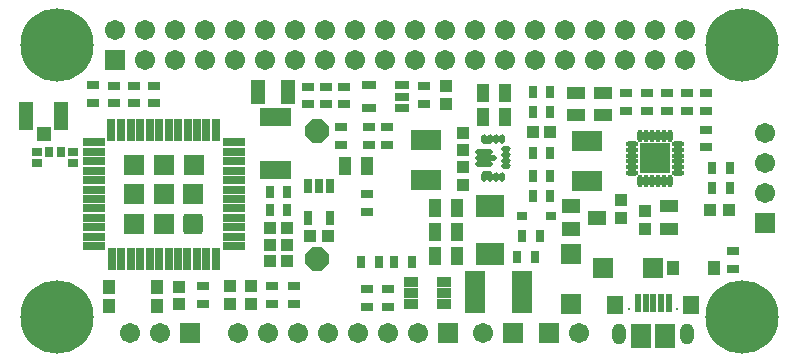
<source format=gts>
G04*
G04 #@! TF.GenerationSoftware,Altium Limited,Altium Designer,19.0.14 (431)*
G04*
G04 Layer_Color=8388736*
%FSAX25Y25*%
%MOIN*%
G70*
G01*
G75*
%ADD59R,0.03950X0.03950*%
%ADD60R,0.04737X0.03556*%
%ADD61R,0.03162X0.04737*%
%ADD62R,0.03950X0.03950*%
%ADD63R,0.04737X0.03162*%
%ADD64R,0.03162X0.04343*%
%ADD65R,0.04934X0.09461*%
%ADD66R,0.04737X0.04737*%
%ADD67R,0.04343X0.03162*%
%ADD68R,0.06312X0.04737*%
%ADD69R,0.10249X0.07099*%
%ADD70R,0.05918X0.04343*%
%ADD71R,0.04343X0.05918*%
%ADD72O,0.04343X0.01784*%
%ADD73O,0.01784X0.04343*%
%ADD74R,0.10249X0.10249*%
%ADD75R,0.04343X0.04540*%
%ADD76R,0.07099X0.06706*%
%ADD77R,0.06706X0.07099*%
%ADD78R,0.03556X0.02572*%
G04:AMPARAMS|DCode=79|XSize=17.84mil|YSize=31.62mil|CornerRadius=6.46mil|HoleSize=0mil|Usage=FLASHONLY|Rotation=270.000|XOffset=0mil|YOffset=0mil|HoleType=Round|Shape=RoundedRectangle|*
%AMROUNDEDRECTD79*
21,1,0.01784,0.01870,0,0,270.0*
21,1,0.00492,0.03162,0,0,270.0*
1,1,0.01292,-0.00935,-0.00246*
1,1,0.01292,-0.00935,0.00246*
1,1,0.01292,0.00935,0.00246*
1,1,0.01292,0.00935,-0.00246*
%
%ADD79ROUNDEDRECTD79*%
G04:AMPARAMS|DCode=80|XSize=17.84mil|YSize=31.62mil|CornerRadius=6.46mil|HoleSize=0mil|Usage=FLASHONLY|Rotation=180.000|XOffset=0mil|YOffset=0mil|HoleType=Round|Shape=RoundedRectangle|*
%AMROUNDEDRECTD80*
21,1,0.01784,0.01870,0,0,180.0*
21,1,0.00492,0.03162,0,0,180.0*
1,1,0.01292,-0.00246,0.00935*
1,1,0.01292,0.00246,0.00935*
1,1,0.01292,0.00246,-0.00935*
1,1,0.01292,-0.00246,-0.00935*
%
%ADD80ROUNDEDRECTD80*%
G04:AMPARAMS|DCode=81|XSize=17.84mil|YSize=61.15mil|CornerRadius=6.46mil|HoleSize=0mil|Usage=FLASHONLY|Rotation=270.000|XOffset=0mil|YOffset=0mil|HoleType=Round|Shape=RoundedRectangle|*
%AMROUNDEDRECTD81*
21,1,0.01784,0.04823,0,0,270.0*
21,1,0.00492,0.06115,0,0,270.0*
1,1,0.01292,-0.02411,-0.00246*
1,1,0.01292,-0.02411,0.00246*
1,1,0.01292,0.02411,0.00246*
1,1,0.01292,0.02411,-0.00246*
%
%ADD81ROUNDEDRECTD81*%
G04:AMPARAMS|DCode=82|XSize=17.84mil|YSize=74.93mil|CornerRadius=6.46mil|HoleSize=0mil|Usage=FLASHONLY|Rotation=270.000|XOffset=0mil|YOffset=0mil|HoleType=Round|Shape=RoundedRectangle|*
%AMROUNDEDRECTD82*
21,1,0.01784,0.06201,0,0,270.0*
21,1,0.00492,0.07493,0,0,270.0*
1,1,0.01292,-0.03100,-0.00246*
1,1,0.01292,-0.03100,0.00246*
1,1,0.01292,0.03100,0.00246*
1,1,0.01292,0.03100,-0.00246*
%
%ADD82ROUNDEDRECTD82*%
G04:AMPARAMS|DCode=83|XSize=17.84mil|YSize=35.56mil|CornerRadius=6.46mil|HoleSize=0mil|Usage=FLASHONLY|Rotation=270.000|XOffset=0mil|YOffset=0mil|HoleType=Round|Shape=RoundedRectangle|*
%AMROUNDEDRECTD83*
21,1,0.01784,0.02264,0,0,270.0*
21,1,0.00492,0.03556,0,0,270.0*
1,1,0.01292,-0.01132,-0.00246*
1,1,0.01292,-0.01132,0.00246*
1,1,0.01292,0.01132,0.00246*
1,1,0.01292,0.01132,-0.00246*
%
%ADD83ROUNDEDRECTD83*%
%ADD84R,0.02769X0.06312*%
%ADD85R,0.05131X0.08280*%
%ADD86R,0.01968X0.05906*%
%ADD87R,0.06902X0.08280*%
%ADD88R,0.05524X0.06312*%
%ADD89R,0.09304X0.07808*%
%ADD90R,0.06902X0.14383*%
%ADD91R,0.04343X0.04737*%
%ADD92R,0.03162X0.03320*%
%ADD93R,0.03320X0.03162*%
%ADD94R,0.07493X0.02769*%
%ADD95R,0.02769X0.07493*%
G04:AMPARAMS|DCode=96|XSize=67.06mil|YSize=67.06mil|CornerRadius=9.91mil|HoleSize=0mil|Usage=FLASHONLY|Rotation=180.000|XOffset=0mil|YOffset=0mil|HoleType=Round|Shape=RoundedRectangle|*
%AMROUNDEDRECTD96*
21,1,0.06706,0.04724,0,0,180.0*
21,1,0.04724,0.06706,0,0,180.0*
1,1,0.01981,-0.02362,0.02362*
1,1,0.01981,0.02362,0.02362*
1,1,0.01981,0.02362,-0.02362*
1,1,0.01981,-0.02362,-0.02362*
%
%ADD96ROUNDEDRECTD96*%
%ADD97R,0.06706X0.06706*%
%ADD98C,0.06706*%
%ADD99P,0.08537X8X112.5*%
%ADD100R,0.06706X0.06706*%
%ADD101R,0.00800X0.00800*%
%ADD102O,0.04737X0.07099*%
%ADD103C,0.24422*%
D59*
X0256555Y0177787D02*
D03*
Y0183693D02*
D03*
X0250827Y0193398D02*
D03*
Y0199303D02*
D03*
X0317441Y0151705D02*
D03*
Y0157610D02*
D03*
X0309173Y0155248D02*
D03*
Y0161153D02*
D03*
X0161890Y0126469D02*
D03*
Y0132374D02*
D03*
X0179114Y0132512D02*
D03*
Y0126606D02*
D03*
X0186063Y0132453D02*
D03*
Y0126547D02*
D03*
X0256555Y0166291D02*
D03*
Y0172197D02*
D03*
D60*
X0250295Y0134067D02*
D03*
Y0130327D02*
D03*
Y0126587D02*
D03*
X0239469D02*
D03*
X0239469Y0130327D02*
D03*
X0239469Y0134067D02*
D03*
D61*
X0212402Y0155150D02*
D03*
X0204921D02*
D03*
Y0165976D02*
D03*
X0208661D02*
D03*
X0212402D02*
D03*
D62*
X0205709Y0149146D02*
D03*
X0211614D02*
D03*
X0192224Y0146409D02*
D03*
X0198130D02*
D03*
X0192244Y0140917D02*
D03*
X0198150D02*
D03*
X0192244Y0151902D02*
D03*
X0198150D02*
D03*
X0345394Y0157807D02*
D03*
X0339094D02*
D03*
X0279842Y0183791D02*
D03*
X0285748D02*
D03*
D63*
X0225374Y0192020D02*
D03*
Y0199500D02*
D03*
X0236201D02*
D03*
Y0195760D02*
D03*
Y0192020D02*
D03*
D64*
X0274606Y0142413D02*
D03*
X0280512D02*
D03*
X0279842Y0162531D02*
D03*
X0285748D02*
D03*
X0345590Y0171980D02*
D03*
X0339685D02*
D03*
X0339685Y0165287D02*
D03*
X0345591D02*
D03*
X0285748Y0169224D02*
D03*
X0279842D02*
D03*
X0285748Y0177098D02*
D03*
X0279842D02*
D03*
X0276299Y0149146D02*
D03*
X0282205D02*
D03*
X0192244Y0163791D02*
D03*
X0198150Y0163791D02*
D03*
X0192244Y0157807D02*
D03*
X0198150D02*
D03*
X0228701Y0140602D02*
D03*
X0222795D02*
D03*
X0233780D02*
D03*
X0239685D02*
D03*
X0285748Y0197177D02*
D03*
X0279842D02*
D03*
X0285748Y0190484D02*
D03*
X0279842D02*
D03*
D65*
X0111122Y0189272D02*
D03*
X0122736D02*
D03*
D66*
X0116929Y0183366D02*
D03*
D67*
X0231457Y0185484D02*
D03*
Y0179579D02*
D03*
X0200236Y0132689D02*
D03*
Y0126784D02*
D03*
X0331221Y0191075D02*
D03*
Y0196980D02*
D03*
X0324528Y0196980D02*
D03*
Y0191075D02*
D03*
X0317835Y0191075D02*
D03*
Y0196980D02*
D03*
X0311142Y0191075D02*
D03*
Y0196980D02*
D03*
X0337520Y0191075D02*
D03*
Y0196980D02*
D03*
Y0178870D02*
D03*
Y0184776D02*
D03*
X0346575Y0144224D02*
D03*
Y0138319D02*
D03*
X0231535Y0131587D02*
D03*
Y0125681D02*
D03*
X0224685Y0125760D02*
D03*
Y0131665D02*
D03*
X0153740Y0193516D02*
D03*
Y0199421D02*
D03*
X0243701Y0193240D02*
D03*
Y0199146D02*
D03*
X0146968Y0199421D02*
D03*
Y0193516D02*
D03*
X0140197Y0199421D02*
D03*
Y0193516D02*
D03*
X0133425Y0199461D02*
D03*
Y0193555D02*
D03*
X0192992Y0132650D02*
D03*
Y0126744D02*
D03*
X0169882Y0126665D02*
D03*
Y0132571D02*
D03*
X0225315Y0185484D02*
D03*
Y0179579D02*
D03*
X0216142Y0179657D02*
D03*
Y0185563D02*
D03*
X0224567Y0163279D02*
D03*
Y0157374D02*
D03*
X0216929Y0199067D02*
D03*
Y0193161D02*
D03*
X0204882Y0193161D02*
D03*
Y0199067D02*
D03*
X0210906Y0199067D02*
D03*
Y0193161D02*
D03*
D68*
X0301299Y0155445D02*
D03*
X0292638Y0151705D02*
D03*
Y0159185D02*
D03*
D69*
X0298150Y0181035D02*
D03*
Y0167650D02*
D03*
X0244252Y0181272D02*
D03*
Y0167886D02*
D03*
D70*
X0303268Y0189500D02*
D03*
Y0196980D02*
D03*
X0294213Y0189500D02*
D03*
Y0196980D02*
D03*
X0325315Y0159185D02*
D03*
Y0151705D02*
D03*
D71*
X0270748Y0188909D02*
D03*
X0263268D02*
D03*
X0270669Y0196941D02*
D03*
X0263189D02*
D03*
X0247323Y0158634D02*
D03*
X0254803D02*
D03*
X0247284Y0150563D02*
D03*
X0254764D02*
D03*
X0247205Y0142492D02*
D03*
X0254685D02*
D03*
X0224764Y0172492D02*
D03*
X0217284D02*
D03*
D72*
X0328169Y0170209D02*
D03*
Y0172177D02*
D03*
Y0174146D02*
D03*
Y0176114D02*
D03*
Y0178083D02*
D03*
Y0180051D02*
D03*
X0313012D02*
D03*
Y0178083D02*
D03*
Y0176114D02*
D03*
Y0174146D02*
D03*
Y0172177D02*
D03*
Y0170209D02*
D03*
D73*
X0325512Y0182709D02*
D03*
X0323543D02*
D03*
X0321575D02*
D03*
X0319606D02*
D03*
X0317638D02*
D03*
X0315669D02*
D03*
Y0167551D02*
D03*
X0317638D02*
D03*
X0319606D02*
D03*
X0321575D02*
D03*
X0323543D02*
D03*
X0325512D02*
D03*
D74*
X0320591Y0175130D02*
D03*
D75*
X0326693Y0138516D02*
D03*
X0340472D02*
D03*
D76*
X0303169Y0138516D02*
D03*
X0319902D02*
D03*
D77*
X0292638Y0126606D02*
D03*
Y0143339D02*
D03*
D78*
X0276299Y0155839D02*
D03*
X0286142D02*
D03*
D79*
X0271073Y0172453D02*
D03*
Y0174421D02*
D03*
Y0176390D02*
D03*
Y0178358D02*
D03*
D80*
X0269498Y0181705D02*
D03*
X0267530D02*
D03*
X0265561D02*
D03*
X0263593D02*
D03*
Y0169106D02*
D03*
X0265561D02*
D03*
X0267530D02*
D03*
X0269498D02*
D03*
D81*
X0263494Y0177374D02*
D03*
Y0173437D02*
D03*
D82*
X0264183Y0175406D02*
D03*
D83*
X0264577Y0169795D02*
D03*
Y0181016D02*
D03*
D84*
X0197973Y0188909D02*
D03*
X0195413D02*
D03*
X0192854D02*
D03*
X0190295D02*
D03*
X0197973Y0171193D02*
D03*
X0195413D02*
D03*
X0192854D02*
D03*
X0190295D02*
D03*
D85*
X0198189Y0197177D02*
D03*
X0188347D02*
D03*
D86*
X0317520Y0127039D02*
D03*
X0320079D02*
D03*
X0325197D02*
D03*
X0322638D02*
D03*
X0314961D02*
D03*
D87*
X0324114Y0115819D02*
D03*
X0316043D02*
D03*
D88*
X0332677Y0126154D02*
D03*
X0307480D02*
D03*
D89*
X0265787Y0143437D02*
D03*
Y0159185D02*
D03*
D90*
X0276378Y0130642D02*
D03*
X0260630D02*
D03*
D91*
X0154764Y0132138D02*
D03*
X0138622D02*
D03*
Y0125839D02*
D03*
X0154764D02*
D03*
D92*
X0118740Y0177216D02*
D03*
X0122520D02*
D03*
D93*
X0126732Y0177335D02*
D03*
Y0173555D02*
D03*
X0114724Y0177335D02*
D03*
Y0173555D02*
D03*
D94*
X0180197Y0145858D02*
D03*
Y0149008D02*
D03*
Y0152197D02*
D03*
Y0155347D02*
D03*
Y0158496D02*
D03*
Y0161646D02*
D03*
Y0164756D02*
D03*
Y0167945D02*
D03*
Y0171095D02*
D03*
Y0174205D02*
D03*
Y0177394D02*
D03*
Y0180504D02*
D03*
X0133732Y0180524D02*
D03*
Y0177370D02*
D03*
X0133732Y0174213D02*
D03*
X0133732Y0171075D02*
D03*
X0133732Y0167925D02*
D03*
X0133732Y0164776D02*
D03*
X0133740Y0161646D02*
D03*
Y0158457D02*
D03*
Y0155307D02*
D03*
Y0152197D02*
D03*
Y0149008D02*
D03*
Y0145858D02*
D03*
D95*
X0174291Y0184658D02*
D03*
X0171134D02*
D03*
X0167984D02*
D03*
X0164835Y0184658D02*
D03*
X0161685Y0184658D02*
D03*
X0158535Y0184658D02*
D03*
X0155386D02*
D03*
X0152236Y0184653D02*
D03*
X0149087Y0184653D02*
D03*
X0145937Y0184658D02*
D03*
X0142760D02*
D03*
X0139449Y0184658D02*
D03*
X0139606Y0141724D02*
D03*
X0142795D02*
D03*
X0145905D02*
D03*
X0149055D02*
D03*
X0152205D02*
D03*
X0155354D02*
D03*
X0158504D02*
D03*
X0161653D02*
D03*
X0164803D02*
D03*
X0167953D02*
D03*
X0171102D02*
D03*
X0174291D02*
D03*
D96*
X0166803Y0153358D02*
D03*
D97*
X0156961Y0153358D02*
D03*
X0147118Y0153358D02*
D03*
X0166803Y0163201D02*
D03*
X0156961D02*
D03*
X0147118D02*
D03*
X0166902Y0173043D02*
D03*
X0156961D02*
D03*
X0147118D02*
D03*
X0165551Y0116862D02*
D03*
X0285157D02*
D03*
X0273346D02*
D03*
X0251693D02*
D03*
X0140598Y0208095D02*
D03*
D98*
X0155551Y0116862D02*
D03*
X0145551D02*
D03*
X0357205Y0163673D02*
D03*
Y0173673D02*
D03*
Y0183673D02*
D03*
X0295158Y0116862D02*
D03*
X0263347D02*
D03*
X0181693D02*
D03*
X0191693D02*
D03*
X0201693D02*
D03*
X0211693D02*
D03*
X0221693D02*
D03*
X0231693D02*
D03*
X0241693D02*
D03*
X0140598Y0218094D02*
D03*
X0150599Y0208095D02*
D03*
Y0218094D02*
D03*
X0160599Y0208095D02*
D03*
Y0218094D02*
D03*
X0170598Y0208095D02*
D03*
Y0218094D02*
D03*
X0180598Y0208095D02*
D03*
Y0218094D02*
D03*
X0190598Y0208095D02*
D03*
Y0218094D02*
D03*
X0200599Y0208095D02*
D03*
Y0218094D02*
D03*
X0210598Y0208095D02*
D03*
Y0218094D02*
D03*
X0220599Y0208095D02*
D03*
Y0218094D02*
D03*
X0230598Y0208095D02*
D03*
Y0218094D02*
D03*
X0240599Y0208095D02*
D03*
Y0218094D02*
D03*
X0250599Y0208095D02*
D03*
Y0218094D02*
D03*
X0260598Y0208095D02*
D03*
Y0218094D02*
D03*
X0270599Y0208095D02*
D03*
Y0218094D02*
D03*
X0280598Y0208095D02*
D03*
Y0218094D02*
D03*
X0290599Y0208095D02*
D03*
Y0218094D02*
D03*
X0300599Y0208095D02*
D03*
Y0218094D02*
D03*
X0310598Y0208095D02*
D03*
Y0218094D02*
D03*
X0320599Y0208095D02*
D03*
Y0218094D02*
D03*
X0330598Y0208095D02*
D03*
Y0218094D02*
D03*
D99*
X0207953Y0141705D02*
D03*
Y0184224D02*
D03*
D100*
X0357205Y0153673D02*
D03*
D101*
X0328039Y0125073D02*
D03*
X0312094D02*
D03*
D102*
X0331398Y0116608D02*
D03*
X0308760D02*
D03*
D103*
X0121378Y0122374D02*
D03*
Y0212925D02*
D03*
X0349724D02*
D03*
Y0122374D02*
D03*
M02*

</source>
